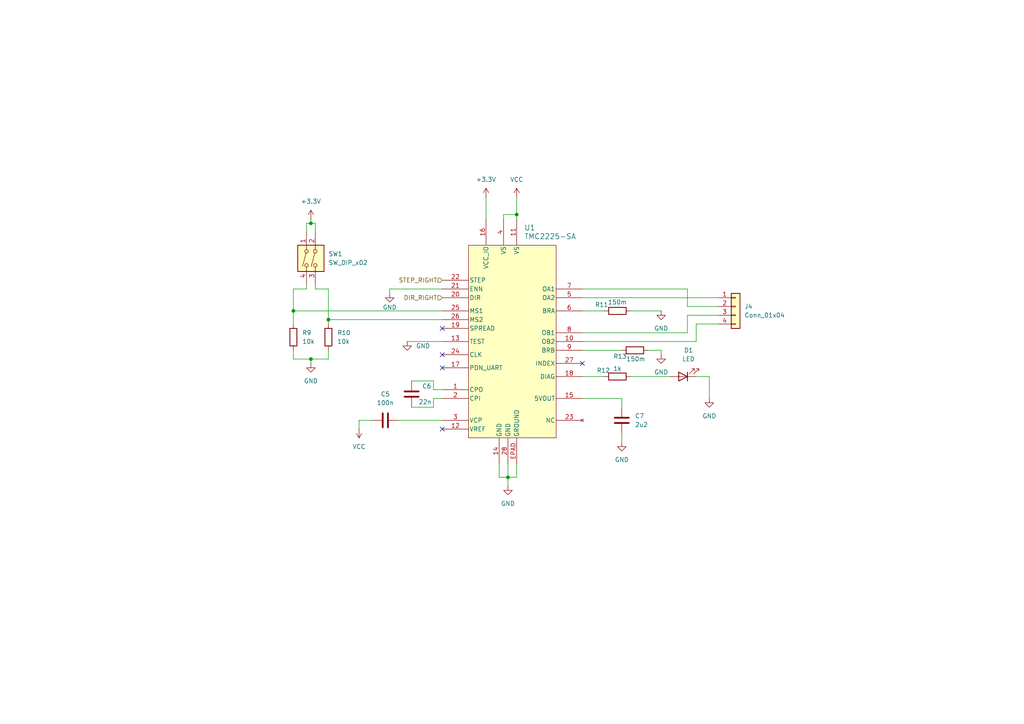
<source format=kicad_sch>
(kicad_sch (version 20250114) (generator "eeschema") (generator_version "9.0")
  (paper "A4")
  (lib_symbols
    (symbol "Connector_Generic:Conn_01x04" (pin_names (offset 1.016) (hide yes))
      (property "Reference" "J" (at 0 5.08 0))
      (property "Value" "Conn_01x04" (at 0 -7.62 0))
      (symbol "Conn_01x04_1_1"
        (rectangle (start -1.27 3.81) (end 1.27 -6.35) (stroke (width 0.254)) (fill (type background)))
        (rectangle (start -1.27 2.667) (end 0 2.413) (stroke (width 0.1524)))
        (rectangle (start -1.27 0.127) (end 0 -0.127) (stroke (width 0.1524)))
        (rectangle (start -1.27 -2.413) (end 0 -2.667) (stroke (width 0.1524)))
        (rectangle (start -1.27 -4.953) (end 0 -5.207) (stroke (width 0.1524)))
        (pin passive line (at -5.08 2.54 0) (length 3.81) (name "Pin_1") (number "1"))
        (pin passive line (at -5.08 0 0) (length 3.81) (name "Pin_2") (number "2"))
        (pin passive line (at -5.08 -2.54 0) (length 3.81) (name "Pin_3") (number "3"))
        (pin passive line (at -5.08 -5.08 0) (length 3.81) (name "Pin_4") (number "4"))
      )
    )
    (symbol "Device:C" (pin_numbers (hide yes)) (pin_names (offset 0.254))
      (property "Reference" "C" (at 0.635 2.54 0))
      (property "Value" "C" (at 0.635 -2.54 0))
      (symbol "C_0_1"
        (polyline (pts (xy -2.032 0.762) (xy 2.032 0.762)) (stroke (width 0.508)))
        (polyline (pts (xy -2.032 -0.762) (xy 2.032 -0.762)) (stroke (width 0.508)))
      )
      (symbol "C_1_1"
        (pin passive line (at 0 3.81 270) (length 2.794) (name "~") (number "1"))
        (pin passive line (at 0 -3.81 90) (length 2.794) (name "~") (number "2"))
      )
    )
    (symbol "Device:LED" (pin_numbers (hide yes)) (pin_names (offset 1.016) (hide yes))
      (property "Reference" "D" (at 0 2.54 0))
      (property "Value" "LED" (at 0 -2.54 0))
      (symbol "LED_0_1"
        (polyline (pts (xy -3.048 -0.762) (xy -4.572 -2.286) (xy -3.81 -2.286) (xy -4.572 -2.286) (xy -4.572 -1.524)))
        (polyline (pts (xy -1.778 -0.762) (xy -3.302 -2.286) (xy -2.54 -2.286) (xy -3.302 -2.286) (xy -3.302 -1.524)))
        (polyline (pts (xy -1.27 0) (xy 1.27 0)))
        (polyline (pts (xy -1.27 -1.27) (xy -1.27 1.27)) (stroke (width 0.254)))
        (polyline (pts (xy 1.27 -1.27) (xy 1.27 1.27) (xy -1.27 0) (xy 1.27 -1.27)) (stroke (width 0.254)))
      )
      (symbol "LED_1_1"
        (pin passive line (at -3.81 0 0) (length 2.54) (name "K") (number "1"))
        (pin passive line (at 3.81 0 180) (length 2.54) (name "A") (number "2"))
      )
    )
    (symbol "Device:R" (pin_numbers (hide yes)) (pin_names (offset 0))
      (property "Reference" "R" (at 2.032 0 90))
      (property "Value" "R" (at 0 0 90))
      (symbol "R_0_1"
        (rectangle (start -1.016 -2.54) (end 1.016 2.54) (stroke (width 0.254)))
      )
      (symbol "R_1_1"
        (pin passive line (at 0 3.81 270) (length 1.27) (name "~") (number "1"))
        (pin passive line (at 0 -3.81 90) (length 1.27) (name "~") (number "2"))
      )
    )
    (symbol "Switch:SW_DIP_x02" (pin_names (offset 0) (hide yes))
      (property "Reference" "SW" (at 0 6.35 0))
      (property "Value" "SW_DIP_x02" (at 0 -3.81 0))
      (symbol "SW_DIP_x02_0_0"
        (circle (center -2.032 2.54) (radius 0.508))
        (circle (center -2.032 0) (radius 0.508))
        (polyline (pts (xy -1.524 2.667) (xy 2.3622 3.7084)))
        (polyline (pts (xy -1.524 0.127) (xy 2.3622 1.1684)))
        (circle (center 2.032 2.54) (radius 0.508))
        (circle (center 2.032 0) (radius 0.508))
      )
      (symbol "SW_DIP_x02_0_1"
        (rectangle (start -3.81 5.08) (end 3.81 -2.54) (stroke (width 0.254)) (fill (type background)))
      )
      (symbol "SW_DIP_x02_1_1"
        (pin passive line (at -7.62 2.54 0) (length 5.08) (name "~") (number "1"))
        (pin passive line (at -7.62 0 0) (length 5.08) (name "~") (number "2"))
        (pin passive line (at 7.62 2.54 180) (length 5.08) (name "~") (number "4"))
        (pin passive line (at 7.62 0 180) (length 5.08) (name "~") (number "3"))
      )
    )
    (symbol "TMC2225-SA_2" (pin_names (offset 0.254))
      (property "Reference" "U1" (at 63.1033 119.38 0))
      (property "Value" "TMC2225-SA" (at 63.1033 116.84 0))
      (symbol "TMC2225-SA_2_0_1"
        (pin input line (at 39.37 104.14 0) (length 7.62) (name "STEP") (number "22"))
        (pin input line (at 39.37 101.6 0) (length 7.62) (name "ENN") (number "21"))
        (pin input line (at 39.37 99.06 0) (length 7.62) (name "DIR") (number "20"))
        (pin input line (at 39.37 95.25 0) (length 7.62) (name "MS1") (number "25"))
        (pin input line (at 39.37 92.71 0) (length 7.62) (name "MS2") (number "26"))
        (pin input line (at 39.37 90.17 0) (length 7.62) (name "SPREAD") (number "19"))
        (pin input line (at 39.37 82.55 0) (length 7.62) (name "CLK") (number "24"))
        (pin bidirectional line (at 39.37 78.74 0) (length 7.62) (name "PDN_UART") (number "17"))
        (pin unspecified line (at 39.37 60.96 0) (length 7.62) (name "VREF") (number "12"))
        (pin power_in line (at 52.07 121.92 270) (length 7.62) (name "VCC_IO") (number "16"))
        (pin power_in line (at 57.15 121.92 270) (length 7.62) (name "VS") (number "4"))
        (pin power_in line (at 60.96 121.92 270) (length 7.62) (name "VS") (number "11"))
        (pin output line (at 80.01 80.01 180) (length 7.62) (name "INDEX") (number "27"))
        (pin output line (at 80.01 76.2 180) (length 7.62) (name "DIAG") (number "18"))
        (pin no_connect line (at 80.01 63.5 180) (length 7.62) (name "NC") (number "23"))
      )
      (symbol "TMC2225-SA_2_1_1"
        (rectangle (start 46.99 114.3) (end 72.39 58.42) (fill (type color) (color 255 255 194 1)))
        (pin passive line (at 39.37 86.36 0) (length 7.62) (name "TEST") (number "13"))
        (pin passive line (at 39.37 72.39 0) (length 7.62) (name "CPO") (number "1"))
        (pin passive line (at 39.37 69.85 0) (length 7.62) (name "CPI") (number "2"))
        (pin passive line (at 39.37 63.5 0) (length 7.62) (name "VCP") (number "3"))
        (pin power_in line (at 55.88 50.8 90) (length 7.62) (name "GND") (number "14"))
        (pin power_in line (at 58.42 50.8 90) (length 7.62) (name "GND") (number "28"))
        (pin power_in line (at 60.96 50.8 90) (length 7.62) (name "GROUND") (number "EPAD"))
        (pin output line (at 80.01 101.6 180) (length 7.62) (name "OA1") (number "7"))
        (pin output line (at 80.01 99.06 180) (length 7.62) (name "OA2") (number "5"))
        (pin passive line (at 80.01 95.25 180) (length 7.62) (name "BRA") (number "6"))
        (pin output line (at 80.01 88.9 180) (length 7.62) (name "OB1") (number "8"))
        (pin output line (at 80.01 86.36 180) (length 7.62) (name "OB2") (number "10"))
        (pin passive line (at 80.01 83.82 180) (length 7.62) (name "BRB") (number "9"))
        (pin output line (at 80.01 69.85 180) (length 7.62) (name "5VOUT") (number "15"))
      )
    )
    (symbol "power:+3.3V" (power) (pin_numbers (hide yes)) (pin_names (offset 0) (hide yes))
      (property "Value" "+3.3V" (at 0 3.556 0))
      (symbol "+3.3V_0_1"
        (polyline (pts (xy -0.762 1.27) (xy 0 2.54)))
        (polyline (pts (xy 0 2.54) (xy 0.762 1.27)))
        (polyline (pts (xy 0 0) (xy 0 2.54)))
      )
      (symbol "+3.3V_1_1"
        (pin power_in line (at 0 0 90) (length 0) (name "~") (number "1"))
      )
    )
    (symbol "power:GND" (power) (pin_numbers (hide yes)) (pin_names (offset 0) (hide yes))
      (property "Value" "GND" (at 0 -3.81 0))
      (symbol "GND_0_1"
        (polyline (pts (xy 0 0) (xy 0 -1.27) (xy 1.27 -1.27) (xy 0 -2.54) (xy -1.27 -1.27) (xy 0 -1.27)))
      )
      (symbol "GND_1_1"
        (pin power_in line (at 0 0 270) (length 0) (name "~") (number "1"))
      )
    )
    (symbol "power:VCC" (power) (pin_numbers (hide yes)) (pin_names (offset 0) (hide yes))
      (property "Value" "VCC" (at 0 3.556 0))
      (symbol "VCC_0_1"
        (polyline (pts (xy -0.762 1.27) (xy 0 2.54)))
        (polyline (pts (xy 0 2.54) (xy 0.762 1.27)))
        (polyline (pts (xy 0 0) (xy 0 2.54)))
      )
      (symbol "VCC_1_1"
        (pin power_in line (at 0 0 90) (length 0) (name "~") (number "1"))
      )
    )
  )
  (junction (at 147.32 138.43))
  (junction (at 90.17 64.77))
  (junction (at 85.09 90.17))
  (junction (at 95.25 92.71))
  (junction (at 90.17 104.14))
  (junction (at 149.86 62.23))
  (no_connect (at 128.27 106.68))
  (no_connect (at 168.91 105.41))
  (no_connect (at 128.27 95.25))
  (no_connect (at 128.27 124.46))
  (no_connect (at 128.27 102.87))
  (wire (pts (xy 140.97 57.15) (xy 140.97 63.5)))
  (wire (pts (xy 144.78 138.43) (xy 147.32 138.43)))
  (wire (pts (xy 118.11 99.06) (xy 128.27 99.06)))
  (wire (pts (xy 88.9 64.77) (xy 90.17 64.77)))
  (wire (pts (xy 199.39 83.82) (xy 199.39 88.9)))
  (wire (pts (xy 147.32 134.62) (xy 147.32 138.43)))
  (wire (pts (xy 182.88 109.22) (xy 194.31 109.22)))
  (wire (pts (xy 115.57 121.92) (xy 128.27 121.92)))
  (wire (pts (xy 95.25 104.14) (xy 90.17 104.14)))
  (wire (pts (xy 201.93 99.06) (xy 201.93 93.98)))
  (wire (pts (xy 85.09 90.17) (xy 128.27 90.17)))
  (wire (pts (xy 125.73 115.57) (xy 125.73 118.11)))
  (wire (pts (xy 85.09 93.98) (xy 85.09 90.17)))
  (wire (pts (xy 205.74 115.57) (xy 205.74 109.22)))
  (wire (pts (xy 88.9 83.82) (xy 88.9 82.55)))
  (wire (pts (xy 201.93 93.98) (xy 208.28 93.98)))
  (wire (pts (xy 119.38 118.11) (xy 125.73 118.11)))
  (wire (pts (xy 119.38 110.49) (xy 125.73 110.49)))
  (wire (pts (xy 149.86 62.23) (xy 149.86 57.15)))
  (wire (pts (xy 113.03 83.82) (xy 113.03 85.09)))
  (wire (pts (xy 146.05 63.5) (xy 146.05 62.23)))
  (wire (pts (xy 168.91 99.06) (xy 201.93 99.06)))
  (wire (pts (xy 125.73 110.49) (xy 125.73 113.03)))
  (wire (pts (xy 199.39 96.52) (xy 199.39 91.44)))
  (wire (pts (xy 90.17 64.77) (xy 90.17 63.5)))
  (wire (pts (xy 88.9 67.31) (xy 88.9 64.77)))
  (wire (pts (xy 168.91 115.57) (xy 180.34 115.57)))
  (wire (pts (xy 168.91 90.17) (xy 175.26 90.17)))
  (wire (pts (xy 95.25 92.71) (xy 95.25 93.98)))
  (wire (pts (xy 205.74 109.22) (xy 201.93 109.22)))
  (wire (pts (xy 199.39 91.44) (xy 208.28 91.44)))
  (wire (pts (xy 91.44 64.77) (xy 91.44 67.31)))
  (wire (pts (xy 147.32 138.43) (xy 149.86 138.43)))
  (wire (pts (xy 187.96 101.6) (xy 191.77 101.6)))
  (wire (pts (xy 149.86 62.23) (xy 149.86 63.5)))
  (wire (pts (xy 85.09 101.6) (xy 85.09 104.14)))
  (wire (pts (xy 168.91 96.52) (xy 199.39 96.52)))
  (wire (pts (xy 107.95 121.92) (xy 104.14 121.92)))
  (wire (pts (xy 147.32 138.43) (xy 147.32 140.97)))
  (wire (pts (xy 168.91 83.82) (xy 199.39 83.82)))
  (wire (pts (xy 180.34 115.57) (xy 180.34 118.11)))
  (wire (pts (xy 95.25 101.6) (xy 95.25 104.14)))
  (wire (pts (xy 149.86 134.62) (xy 149.86 138.43)))
  (wire (pts (xy 85.09 104.14) (xy 90.17 104.14)))
  (wire (pts (xy 91.44 82.55) (xy 91.44 83.82)))
  (wire (pts (xy 180.34 125.73) (xy 180.34 128.27)))
  (wire (pts (xy 128.27 115.57) (xy 125.73 115.57)))
  (wire (pts (xy 104.14 121.92) (xy 104.14 124.46)))
  (wire (pts (xy 168.91 86.36) (xy 208.28 86.36)))
  (wire (pts (xy 95.25 83.82) (xy 95.25 92.71)))
  (wire (pts (xy 182.88 90.17) (xy 191.77 90.17)))
  (wire (pts (xy 168.91 101.6) (xy 180.34 101.6)))
  (wire (pts (xy 168.91 109.22) (xy 175.26 109.22)))
  (wire (pts (xy 90.17 104.14) (xy 90.17 105.41)))
  (wire (pts (xy 90.17 64.77) (xy 91.44 64.77)))
  (wire (pts (xy 91.44 83.82) (xy 95.25 83.82)))
  (wire (pts (xy 95.25 92.71) (xy 128.27 92.71)))
  (wire (pts (xy 199.39 88.9) (xy 208.28 88.9)))
  (wire (pts (xy 125.73 113.03) (xy 128.27 113.03)))
  (wire (pts (xy 85.09 83.82) (xy 88.9 83.82)))
  (wire (pts (xy 85.09 90.17) (xy 85.09 83.82)))
  (wire (pts (xy 128.27 83.82) (xy 113.03 83.82)))
  (wire (pts (xy 144.78 134.62) (xy 144.78 138.43)))
  (wire (pts (xy 146.05 62.23) (xy 149.86 62.23)))
  (wire (pts (xy 191.77 101.6) (xy 191.77 102.87)))
  (hierarchical_label "DIR_RIGHT" (shape input) (at 128.27 86.36 180))
  (hierarchical_label "STEP_RIGHT" (shape input) (at 128.27 81.28 180))
  (symbol (lib_id "power:GND") (at 180.34 128.27 0) (unit 1)
    (property "Reference" "#PWR025" (effects (hide yes)))
    (property "Value" "GND" (at 180.34 133.35 0))
    (property "Description" "Power symbol creates a global label with name \"GND\" , ground" (effects (hide yes)))
  )
  (symbol (lib_id "Device:R") (at 179.07 109.22 90) (unit 1)
    (property "Reference" "R12" (at 175.006 107.442 90))
    (property "Value" "1k" (at 179.07 106.934 90))
    (property "Description" "Resistor" (effects (hide yes)))
  )
  (symbol (lib_id "power:GND") (at 191.77 90.17 0) (unit 1)
    (property "Reference" "#PWR026" (effects (hide yes)))
    (property "Value" "GND" (at 191.77 95.25 0))
    (property "Description" "Power symbol creates a global label with name \"GND\" , ground" (effects (hide yes)))
  )
  (symbol (lib_id "Device:C") (at 119.38 114.3 0) (unit 1)
    (property "Reference" "C6" (at 122.428 112.014 0) (effects (justify left)))
    (property "Value" "22n" (at 121.412 116.586 0) (effects (justify left)))
    (property "Description" "Unpolarized capacitor" (effects (hide yes)))
  )
  (symbol (lib_id "Device:LED") (at 198.12 109.22 180) (unit 1)
    (property "Reference" "D1" (at 199.7075 101.6 0))
    (property "Value" "LED" (at 199.7075 104.14 0))
    (property "Description" "Light emitting diode" (effects (hide yes)))
    (property "Sim.Pins" "1=K 2=A" (effects (hide yes)))
  )
  (symbol (lib_id "Connector_Generic:Conn_01x04") (at 213.36 88.9 0) (unit 1)
    (property "Reference" "J4" (at 215.9 88.8999 0) (effects (justify left)))
    (property "Value" "Conn_01x04" (at 215.9 91.4399 0) (effects (justify left)))
    (property "Description" "Generic connector, single row, 01x04, script generated (kicad-library-utils/schlib/autogen/connector/)" (effects (hide yes)))
  )
  (symbol (lib_id "power:+3.3V") (at 140.97 57.15 0) (unit 1)
    (property "Reference" "#PWR022" (effects (hide yes)))
    (property "Value" "+3.3V" (at 140.97 52.07 0))
    (property "Description" "Power symbol creates a global label with name \"+3.3V\"" (effects (hide yes)))
  )
  (symbol (lib_id "Device:C") (at 180.34 121.92 0) (unit 1)
    (property "Reference" "C7" (at 184.15 120.6499 0) (effects (justify left)))
    (property "Value" "2u2" (at 184.15 123.1899 0) (effects (justify left)))
    (property "Description" "Unpolarized capacitor" (effects (hide yes)))
  )
  (symbol (lib_id "Device:R") (at 95.25 97.79 0) (unit 1)
    (property "Reference" "R10" (at 97.79 96.5199 0) (effects (justify left)))
    (property "Value" "10k" (at 97.79 99.0599 0) (effects (justify left)))
    (property "Description" "Resistor" (effects (hide yes)))
  )
  (symbol (lib_id "power:GND") (at 205.74 115.57 0) (unit 1)
    (property "Reference" "#PWR028" (effects (hide yes)))
    (property "Value" "GND" (at 205.74 120.65 0))
    (property "Description" "Power symbol creates a global label with name \"GND\" , ground" (effects (hide yes)))
  )
  (symbol (lib_id "power:GND") (at 113.03 85.09 0) (unit 1)
    (property "Reference" "#PWR020" (effects (hide yes)))
    (property "Value" "GND" (at 113.03 89.154 0))
    (property "Description" "Power symbol creates a global label with name \"GND\" , ground" (effects (hide yes)))
  )
  (symbol (lib_id "power:GND") (at 118.11 99.06 0) (unit 1)
    (property "Reference" "#PWR021" (effects (hide yes)))
    (property "Value" "GND" (at 120.65 100.3299 0) (effects (justify left)))
    (property "Description" "Power symbol creates a global label with name \"GND\" , ground" (effects (hide yes)))
  )
  (symbol (lib_id "power:GND") (at 147.32 140.97 0) (unit 1)
    (property "Reference" "#PWR023" (effects (hide yes)))
    (property "Value" "GND" (at 147.32 146.05 0))
    (property "Description" "Power symbol creates a global label with name \"GND\" , ground" (effects (hide yes)))
  )
  (symbol (lib_id "power:+3.3V") (at 90.17 63.5 0) (unit 1)
    (property "Reference" "#PWR017" (effects (hide yes)))
    (property "Value" "+3.3V" (at 90.17 58.42 0))
    (property "Description" "Power symbol creates a global label with name \"+3.3V\"" (effects (hide yes)))
  )
  (symbol (lib_id "power:GND") (at 191.77 102.87 0) (unit 1)
    (property "Reference" "#PWR027" (effects (hide yes)))
    (property "Value" "GND" (at 191.77 107.95 0))
    (property "Description" "Power symbol creates a global label with name \"GND\" , ground" (effects (hide yes)))
  )
  (symbol (lib_name "TMC2225-SA_2") (lib_id "2026-01-21_07-36-40:TMC2225-SA") (at 88.9 185.42 0) (unit 1)
    (property "Reference" "U1" (at 152.0033 66.04 0) (effects (font (size 1.524 1.524)) (justify left)))
    (property "Value" "TMC2225-SA" (at 152.0033 68.58 0) (effects (font (size 1.524 1.524)) (justify left)))
    (property "Footprint" "HTSSOP28_TRI" (effects (hide yes)))
    (property "Datasheet" "TMC2225-SA" (effects (hide yes)))
  )
  (symbol (lib_id "power:VCC") (at 104.14 124.46 180) (unit 1)
    (property "Reference" "#PWR019" (effects (hide yes)))
    (property "Value" "VCC" (at 104.14 129.54 0))
    (property "Description" "Power symbol creates a global label with name \"VCC\"" (effects (hide yes)))
  )
  (symbol (lib_id "Device:R") (at 179.07 90.17 90) (mirror x) (unit 1)
    (property "Reference" "R11" (at 174.498 88.392 90))
    (property "Value" "150m" (at 179.07 87.63 90))
    (property "Description" "Resistor" (effects (hide yes)))
  )
  (symbol (lib_id "Device:R") (at 85.09 97.79 0) (unit 1)
    (property "Reference" "R9" (at 87.63 96.5199 0) (effects (justify left)))
    (property "Value" "10k" (at 87.63 99.0599 0) (effects (justify left)))
    (property "Description" "Resistor" (effects (hide yes)))
  )
  (symbol (lib_id "power:VCC") (at 149.86 57.15 0) (unit 1)
    (property "Reference" "#PWR024" (effects (hide yes)))
    (property "Value" "VCC" (at 149.86 52.07 0))
    (property "Description" "Power symbol creates a global label with name \"VCC\"" (effects (hide yes)))
  )
  (symbol (lib_id "Switch:SW_DIP_x02") (at 91.44 74.93 90) (mirror x) (unit 1)
    (property "Reference" "SW1" (at 95.25 73.6599 90) (effects (justify right)))
    (property "Value" "SW_DIP_x02" (at 95.25 76.1999 90) (effects (justify right)))
    (property "Description" "2x DIP Switch, Single Pole Single Throw (SPST) switch, small symbol" (effects (hide yes)))
  )
  (symbol (lib_id "power:GND") (at 90.17 105.41 0) (unit 1)
    (property "Reference" "#PWR018" (effects (hide yes)))
    (property "Value" "GND" (at 90.17 110.49 0))
    (property "Description" "Power symbol creates a global label with name \"GND\" , ground" (effects (hide yes)))
  )
  (symbol (lib_id "Device:R") (at 184.15 101.6 90) (unit 1)
    (property "Reference" "R13" (at 179.832 103.378 90))
    (property "Value" "150m" (at 184.404 104.14 90))
    (property "Description" "Resistor" (effects (hide yes)))
  )
  (symbol (lib_id "Device:C") (at 111.76 121.92 90) (unit 1)
    (property "Reference" "C5" (at 111.76 114.3 90))
    (property "Value" "100n" (at 111.76 116.84 90))
    (property "Description" "Unpolarized capacitor" (effects (hide yes)))
  )
)
</source>
